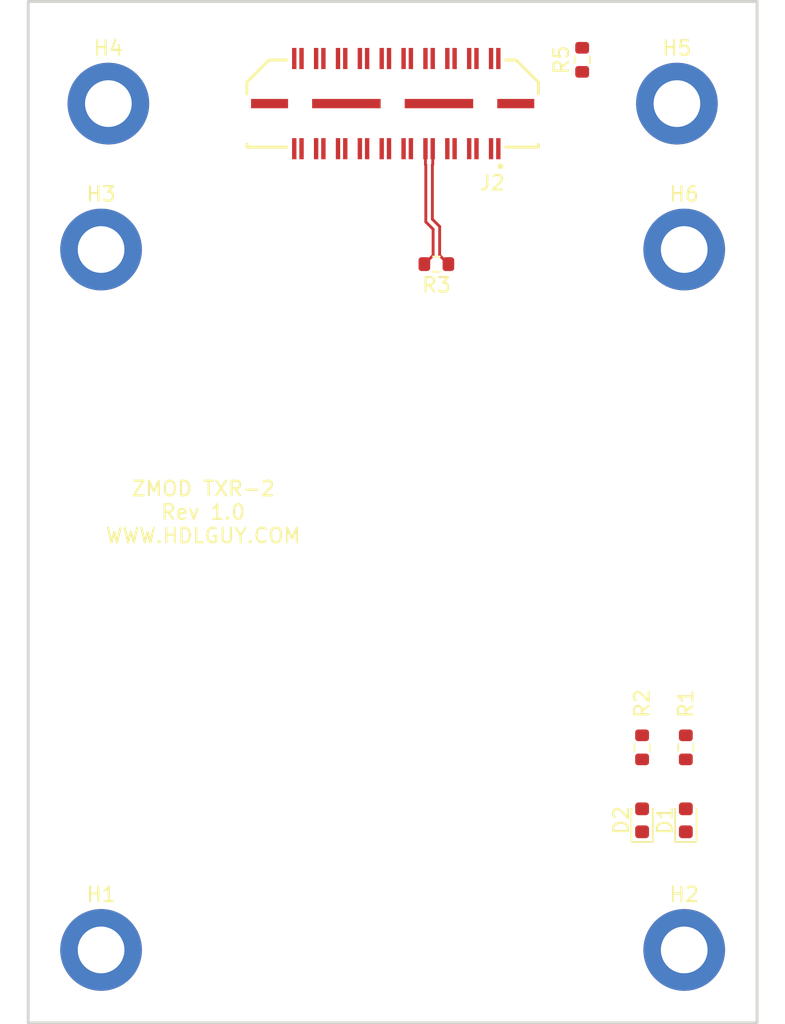
<source format=kicad_pcb>
(kicad_pcb (version 20211014) (generator pcbnew)
  (layers (0 "F.Cu" signal) (1 "In1.Cu" power) (2 "In2.Cu" power) (3 "In3.Cu" power) (4 "In4.Cu" power) (31 "B.Cu" signal) (34 "B.Paste" user) (35 "F.Paste" user) (36 "B.SilkS" user "B.Silkscreen") (37 "F.SilkS" user "F.Silkscreen") (38 "B.Mask" user) (39 "F.Mask" user) (44 "Edge.Cuts" user))
  (net 0 "")
  (net 1 "GND")
  (net 2 "/SCL")
  (net 3 "/SDA")
  (net 4 "/rsvd1")
  (net 5 "/rsvd2")
  (net 6 "/VIO")
  (net 7 "+3V3")
  (net 8 "Net-(D1-Pad2)")
  (net 9 "Net-(D2-Pad2)")
  (net 10 "Net-(J2-Pad14)")
  (net 11 "Net-(J2-Pad16)")
  (net 12 "+5V")
  (net 13 "/R_GA")
  (net 20 "/refclk_P")
  (net 21 "/refclk_N")
  (net 22 "/hss1_P")
  (net 23 "/hss1_N")
  (net 24 "/lvds0_P")
  (net 25 "/lvds3_P")
  (net 26 "/lvds0_N")
  (net 27 "/lvds3_N")
  (net 28 "/lvds1_P")
  (net 29 "/lvds2_P")
  (net 30 "/lvds1_N")
  (net 31 "/lvds2_N")
  (net 32 "/lvdsclk_P")
  (net 33 "/lvdsclk_N")
  (net 34 "/hss0_P")
  (net 35 "/hss0_N")
  (footprint "LED_SMD:LED_0603_1608Metric" (layer "F.Cu") (at 142.1102 106.1174 90)
    (fp_text reference "D2" (at 0 -1.43 90) (layer "F.SilkS"))
    (fp_text value "LED" hide)
    (fp_line (start -1.485 0.735) (end 0.8 0.735) (layer "F.SilkS") (width 0.12))
    (fp_line (start 0.8 -0.735) (end -1.485 -0.735) (layer "F.SilkS") (width 0.12))
    (fp_line (start -1.485 -0.735) (end -1.485 0.735) (layer "F.SilkS") (width 0.12))
    (pad "1" smd roundrect (at -0.7875 0 90) (size 0.875 0.95) (layers "F.Cu" "F.Paste" "F.Mask") (net 1 "GND"))
    (pad "2" smd roundrect (at 0.7875 0 90) (size 0.875 0.95) (layers "F.Cu" "F.Paste" "F.Mask") (net 9 "Net-(D2-Pad2)"))
  )
  (footprint "LED_SMD:LED_0603_1608Metric" (layer "F.Cu") (at 145.1102 106.1174 90)
    (fp_text reference "D1" (at 0 -1.43 90) (layer "F.SilkS"))
    (fp_text value "LED" hide)
    (fp_line (start -1.485 0.735) (end 0.8 0.735) (layer "F.SilkS") (width 0.12))
    (fp_line (start 0.8 -0.735) (end -1.485 -0.735) (layer "F.SilkS") (width 0.12))
    (fp_line (start -1.485 -0.735) (end -1.485 0.735) (layer "F.SilkS") (width 0.12))
    (pad "1" smd roundrect (at -0.7875 0 90) (size 0.875 0.95) (layers "F.Cu" "F.Paste" "F.Mask") (net 1 "GND"))
    (pad "2" smd roundrect (at 0.7875 0 90) (size 0.875 0.95) (layers "F.Cu" "F.Paste" "F.Mask") (net 8 "Net-(D1-Pad2)"))
  )
  (footprint "MountingHole:MountingHole_3.2mm_M3_DIN965_Pad_TopBottom" (layer "F.Cu") (at 145 67)
    (fp_text reference "H6" (at 0 -3.8) (layer "F.SilkS"))
    (fp_text value "MountingHole_Pad" hide)
    (pad "1" connect circle locked (at 0 0) (size 5.6 5.6) (layers "F.Cu" "F.Mask"))
    (pad "1" connect circle locked (at 0 0) (size 5.6 5.6) (layers "B.Cu" "B.Mask"))
    (pad "1" thru_hole circle locked (at 0 0) (size 3.6 3.6) (drill 3.2) (layers *.Cu *.Mask))
  )
  (footprint "Resistor_SMD:R_0603_1608Metric" (layer "F.Cu") (at 142.1102 101.1174 90)
    (fp_text reference "R2" (at 3 0 90) (layer "F.SilkS"))
    (fp_text value "240" hide)
    (fp_line (start -0.237258 -0.5225) (end 0.237258 -0.5225) (layer "F.SilkS") (width 0.12))
    (fp_line (start -0.237258 0.5225) (end 0.237258 0.5225) (layer "F.SilkS") (width 0.12))
    (pad "1" smd roundrect (at -0.825 0 90) (size 0.8 0.95) (layers "F.Cu" "F.Paste" "F.Mask") (net 9 "Net-(D2-Pad2)"))
    (pad "2" smd roundrect (at 0.825 0 90) (size 0.8 0.95) (layers "F.Cu" "F.Paste" "F.Mask") (net 11 "Net-(J2-Pad16)"))
  )
  (footprint "MountingHole:MountingHole_3.2mm_M3_DIN965_Pad_TopBottom" (layer "F.Cu") (at 144.5 57)
    (fp_text reference "H5" (at 0 -3.8) (layer "F.SilkS"))
    (fp_text value "MountingHole_Pad" hide)
    (pad "1" connect circle locked (at 0 0) (size 5.6 5.6) (layers "F.Cu" "F.Mask"))
    (pad "1" connect circle locked (at 0 0) (size 5.6 5.6) (layers "B.Cu" "B.Mask"))
    (pad "1" thru_hole circle locked (at 0 0) (size 3.6 3.6) (drill 3.2) (layers *.Cu *.Mask))
  )
  (footprint "MountingHole:MountingHole_3.2mm_M3_DIN965_Pad_TopBottom" (layer "F.Cu") (at 105 115)
    (fp_text reference "H1" (at 0 -3.8) (layer "F.SilkS"))
    (fp_text value "MountingHole_Pad")
    (pad "1" connect circle locked (at 0 0) (size 5.6 5.6) (layers "F.Cu" "F.Mask"))
    (pad "1" connect circle locked (at 0 0) (size 5.6 5.6) (layers "B.Cu" "B.Mask"))
    (pad "1" thru_hole circle locked (at 0 0) (size 3.6 3.6) (drill 3.2) (layers *.Cu *.Mask))
  )
  (footprint "QTH:SAMTEC_QTH-020-01-X-D-DP-A" (layer "F.Cu") (at 125 57 180)
    (fp_text reference "J2" (at -6.825 -5.435 180) (layer "F.SilkS"))
    (fp_text value "QTH-020-01-X-D-DP-A")
    (fp_line (start 10 0.67) (end 10 1.465) (layer "F.SilkS") (width 0.2))
    (fp_line (start -10 1.465) (end -8.48 2.985) (layer "F.SilkS") (width 0.2))
    (fp_line (start -10 -2.985) (end -7.75 -2.985) (layer "F.SilkS") (width 0.2))
    (fp_line (start -10 0.67) (end -10 1.465) (layer "F.SilkS") (width 0.2))
    (fp_line (start 8.48 2.985) (end 7.25 2.985) (layer "F.SilkS") (width 0.2))
    (fp_line (start -8.48 2.985) (end -7.75 2.985) (layer "F.SilkS") (width 0.2))
    (fp_line (start 10 -2.79) (end 10 -2.985) (layer "F.SilkS") (width 0.2))
    (fp_line (start 10 -2.985) (end 7.25 -2.985) (layer "F.SilkS") (width 0.2))
    (fp_line (start -10 -2.79) (end -10 -2.985) (layer "F.SilkS") (width 0.2))
    (fp_line (start 10 1.465) (end 8.48 2.985) (layer "F.SilkS") (width 0.2))
    (fp_circle (center -7.4 -4.3) (end -7.3 -4.3) (layer "F.SilkS") (width 0.2) (fill none))
    (pad "" np_thru_hole circle locked (at -9.24 -2.03 180) (size 1.02 1.02) (drill 1.02) (layers *.Cu *.Mask))
    (pad "" np_thru_hole circle locked (at 9.24 -2.03 180) (size 1.02 1.02) (drill 1.02) (layers *.Cu *.Mask))
    (pad "01" smd rect locked (at -7.25 -3.09 180) (size 0.3 1.45) (layers "F.Cu" "F.Paste" "F.Mask") (net 2 "/SCL"))
    (pad "02" smd rect locked (at -7.25 3.09 180) (size 0.3 1.45) (layers "F.Cu" "F.Paste" "F.Mask") (net 12 "+5V"))
    (pad "03" smd rect locked (at -6.75 -3.09 180) (size 0.3 1.45) (layers "F.Cu" "F.Paste" "F.Mask") (net 3 "/SDA"))
    (pad "04" smd rect locked (at -6.75 3.09 180) (size 0.3 1.45) (layers "F.Cu" "F.Paste" "F.Mask") (net 13 "/R_GA"))
    (pad "05" smd rect locked (at -5.75 -3.09 180) (size 0.3 1.45) (layers "F.Cu" "F.Paste" "F.Mask") (net 34 "/hss0_P"))
    (pad "06" smd rect locked (at -5.75 3.09 180) (size 0.3 1.45) (layers "F.Cu" "F.Paste" "F.Mask") (net 34 "/hss0_P"))
    (pad "07" smd rect locked (at -5.25 -3.09 180) (size 0.3 1.45) (layers "F.Cu" "F.Paste" "F.Mask") (net 35 "/hss0_N"))
    (pad "08" smd rect locked (at -5.25 3.09 180) (size 0.3 1.45) (layers "F.Cu" "F.Paste" "F.Mask") (net 35 "/hss0_N"))
    (pad "09" smd rect locked (at -4.25 -3.09 180) (size 0.3 1.45) (layers "F.Cu" "F.Paste" "F.Mask") (net 22 "/hss1_P"))
    (pad "10" smd rect locked (at -4.25 3.09 180) (size 0.3 1.45) (layers "F.Cu" "F.Paste" "F.Mask") (net 22 "/hss1_P"))
    (pad "11" smd rect locked (at -3.75 -3.09 180) (size 0.3 1.45) (layers "F.Cu" "F.Paste" "F.Mask") (net 23 "/hss1_N"))
    (pad "12" smd rect locked (at -3.75 3.09 180) (size 0.3 1.45) (layers "F.Cu" "F.Paste" "F.Mask") (net 23 "/hss1_N"))
    (pad "13" smd rect locked (at -2.75 -3.09 180) (size 0.3 1.45) (layers "F.Cu" "F.Paste" "F.Mask") (net 20 "/refclk_P"))
    (pad "14" smd rect locked (at -2.75 3.09 180) (size 0.3 1.45) (layers "F.Cu" "F.Paste" "F.Mask") (net 10 "Net-(J2-Pad14)"))
    (pad "15" smd rect locked (at -2.25 -3.09 180) (size 0.3 1.45) (layers "F.Cu" "F.Paste" "F.Mask") (net 21 "/refclk_N"))
    (pad "16" smd rect locked (at -2.25 3.09 180) (size 0.3 1.45) (layers "F.Cu" "F.Paste" "F.Mask") (net 11 "Net-(J2-Pad16)"))
    (pad "17" smd rect locked (at -1.25 -3.09 180) (size 0.3 1.45) (layers "F.Cu" "F.Paste" "F.Mask") (net 24 "/lvds0_P"))
    (pad "18" smd rect locked (at -1.25 3.09 180) (size 0.3 1.45) (layers "F.Cu" "F.Paste" "F.Mask") (net 25 "/lvds3_P"))
    (pad "19" smd rect locked (at -0.75 -3.09 180) (size 0.3 1.45) (layers "F.Cu" "F.Paste" "F.Mask") (net 26 "/lvds0_N"))
    (pad "20" smd rect locked (at -0.75 3.09 180) (size 0.3 1.45) (layers "F.Cu" "F.Paste" "F.Mask") (net 27 "/lvds3_N"))
    (pad "21" smd rect locked (at 0.25 -3.09 180) (size 0.3 1.45) (layers "F.Cu" "F.Paste" "F.Mask") (net 24 "/lvds0_P"))
    (pad "22" smd rect locked (at 0.25 3.09 180) (size 0.3 1.45) (layers "F.Cu" "F.Paste" "F.Mask") (net 25 "/lvds3_P"))
    (pad "23" smd rect locked (at 0.75 -3.09 180) (size 0.3 1.45) (layers "F.Cu" "F.Paste" "F.Mask") (net 26 "/lvds0_N"))
    (pad "24" smd rect locked (at 0.75 3.09 180) (size 0.3 1.45) (layers "F.Cu" "F.Paste" "F.Mask") (net 27 "/lvds3_N"))
    (pad "25" smd rect locked (at 1.75 -3.09 180) (size 0.3 1.45) (layers "F.Cu" "F.Paste" "F.Mask") (net 28 "/lvds1_P"))
    (pad "26" smd rect locked (at 1.75 3.09 180) (size 0.3 1.45) (layers "F.Cu" "F.Paste" "F.Mask") (net 29 "/lvds2_P"))
    (pad "27" smd rect locked (at 2.25 -3.09 180) (size 0.3 1.45) (layers "F.Cu" "F.Paste" "F.Mask") (net 30 "/lvds1_N"))
    (pad "28" smd rect locked (at 2.25 3.09 180) (size 0.3 1.45) (layers "F.Cu" "F.Paste" "F.Mask") (net 31 "/lvds2_N"))
    (pad "29" smd rect locked (at 3.25 -3.09 180) (size 0.3 1.45) (layers "F.Cu" "F.Paste" "F.Mask") (net 28 "/lvds1_P"))
    (pad "30" smd rect locked (at 3.25 3.09 180) (size 0.3 1.45) (layers "F.Cu" "F.Paste" "F.Mask") (net 29 "/lvds2_P"))
    (pad "31" smd rect locked (at 3.75 -3.09 180) (size 0.3 1.45) (layers "F.Cu" "F.Paste" "F.Mask") (net 30 "/lvds1_N"))
    (pad "32" smd rect locked (at 3.75 3.09 180) (size 0.3 1.45) (layers "F.Cu" "F.Paste" "F.Mask") (net 31 "/lvds2_N"))
    (pad "33" smd rect locked (at 4.75 -3.09 180) (size 0.3 1.45) (layers "F.Cu" "F.Paste" "F.Mask") (net 32 "/lvdsclk_P"))
    (pad "34" smd rect locked (at 4.75 3.09 180) (size 0.3 1.45) (layers "F.Cu" "F.Paste" "F.Mask") (net 32 "/lvdsclk_P"))
    (pad "35" smd rect locked (at 5.25 -3.09 180) (size 0.3 1.45) (layers "F.Cu" "F.Paste" "F.Mask") (net 33 "/lvdsclk_N"))
    (pad "36" smd rect locked (at 5.25 3.09 180) (size 0.3 1.45) (layers "F.Cu" "F.Paste" "F.Mask") (net 33 "/lvdsclk_N"))
    (pad "37" smd rect locked (at 6.25 -3.09 180) (size 0.3 1.45) (layers "F.Cu" "F.Paste" "F.Mask") (net 4 "/rsvd1"))
    (pad "38" smd rect locked (at 6.25 3.09 180) (size 0.3 1.45) (layers "F.Cu" "F.Paste" "F.Mask") (net 5 "/rsvd2"))
    (pad "39" smd rect locked (at 6.75 -3.09 180) (size 0.3 1.45) (layers "F.Cu" "F.Paste" "F.Mask") (net 6 "/VIO"))
    (pad "40" smd rect locked (at 6.75 3.09 180) (size 0.3 1.45) (layers "F.Cu" "F.Paste" "F.Mask") (net 7 "+3V3"))
    (pad "G1" smd rect locked (at -8.445 0 180) (size 2.54 0.64) (layers "F.Cu" "F.Paste" "F.Mask") (net 1 "GND"))
    (pad "G2" smd rect locked (at -3.175 0 180) (size 4.7 0.64) (layers "F.Cu" "F.Paste" "F.Mask") (net 1 "GND"))
    (pad "G3" smd rect locked (at 3.175 0 180) (size 4.7 0.64) (layers "F.Cu" "F.Paste" "F.Mask") (net 1 "GND"))
    (pad "G4" smd rect locked (at 8.445 0 180) (size 2.54 0.64) (layers "F.Cu" "F.Paste" "F.Mask") (net 1 "GND"))
  )
  (footprint "MountingHole:MountingHole_3.2mm_M3_DIN965_Pad_TopBottom" (layer "F.Cu") (at 105 67)
    (fp_text reference "H3" (at 0 -3.8) (layer "F.SilkS"))
    (fp_text value "MountingHole_Pad" hide)
    (pad "1" thru_hole circle locked (at 0 0) (size 3.6 3.6) (drill 3.2) (layers *.Cu *.Mask))
    (pad "1" connect circle locked (at 0 0) (size 5.6 5.6) (layers "F.Cu" "F.Mask"))
    (pad "1" connect circle locked (at 0 0) (size 5.6 5.6) (layers "B.Cu" "B.Mask"))
  )
  (footprint "MountingHole:MountingHole_3.2mm_M3_DIN965_Pad_TopBottom" (layer "F.Cu") (at 105.5 57)
    (fp_text reference "H4" (at 0 -3.8) (layer "F.SilkS"))
    (fp_text value "MountingHole_Pad" hide)
    (pad "1" connect circle locked (at 0 0) (size 5.6 5.6) (layers "B.Cu" "B.Mask"))
    (pad "1" connect circle locked (at 0 0) (size 5.6 5.6) (layers "F.Cu" "F.Mask"))
    (pad "1" thru_hole circle locked (at 0 0) (size 3.6 3.6) (drill 3.2) (layers *.Cu *.Mask))
  )
  (footprint "Resistor_SMD:R_0603_1608Metric" (layer "F.Cu") (at 128 68 180)
    (fp_text reference "R3" (at 0 -1.43) (layer "F.SilkS"))
    (fp_text value "100")
    (fp_line (start -0.237258 -0.5225) (end 0.237258 -0.5225) (layer "F.SilkS") (width 0.12))
    (fp_line (start -0.237258 0.5225) (end 0.237258 0.5225) (layer "F.SilkS") (width 0.12))
    (pad "1" smd roundrect (at -0.825 0 180) (size 0.8 0.95) (layers "F.Cu" "F.Paste" "F.Mask") (net 20 "/refclk_P"))
    (pad "2" smd roundrect (at 0.825 0 180) (size 0.8 0.95) (layers "F.Cu" "F.Paste" "F.Mask") (net 21 "/refclk_N"))
  )
  (footprint "Resistor_SMD:R_0603_1608Metric" (layer "F.Cu") (at 145.1102 101.1174 90)
    (fp_text reference "R1" (at 3 0 90) (layer "F.SilkS"))
    (fp_text value "240" hide)
    (fp_line (start -0.237258 0.5225) (end 0.237258 0.5225) (layer "F.SilkS") (width 0.12))
    (fp_line (start -0.237258 -0.5225) (end 0.237258 -0.5225) (layer "F.SilkS") (width 0.12))
    (pad "1" smd roundrect (at -0.825 0 90) (size 0.8 0.95) (layers "F.Cu" "F.Paste" "F.Mask") (net 8 "Net-(D1-Pad2)"))
    (pad "2" smd roundrect (at 0.825 0 90) (size 0.8 0.95) (layers "F.Cu" "F.Paste" "F.Mask") (net 10 "Net-(J2-Pad14)"))
  )
  (footprint "MountingHole:MountingHole_3.2mm_M3_DIN965_Pad_TopBottom" (layer "F.Cu") (at 145 115)
    (fp_text reference "H2" (at 0 -3.8) (layer "F.SilkS"))
    (fp_text value "MountingHole_Pad")
    (pad "1" thru_hole circle locked (at 0 0) (size 3.6 3.6) (drill 3.2) (layers *.Cu *.Mask))
    (pad "1" connect circle locked (at 0 0) (size 5.6 5.6) (layers "F.Cu" "F.Mask"))
    (pad "1" connect circle locked (at 0 0) (size 5.6 5.6) (layers "B.Cu" "B.Mask"))
  )
  (footprint "Resistor_SMD:R_0603_1608Metric" (layer "F.Cu") (at 138 54 90)
    (fp_text reference "R5" (at 0 -1.43 90) (layer "F.SilkS"))
    (fp_text value "10k,1%")
    (fp_line (start -0.237258 0.5225) (end 0.237258 0.5225) (layer "F.SilkS") (width 0.12))
    (fp_line (start -0.237258 -0.5225) (end 0.237258 -0.5225) (layer "F.SilkS") (width 0.12))
    (pad "1" smd roundrect (at -0.825 0 90) (size 0.8 0.95) (layers "F.Cu" "F.Paste" "F.Mask") (net 7 "+3V3"))
    (pad "2" smd roundrect (at 0.825 0 90) (size 0.8 0.95) (layers "F.Cu" "F.Paste" "F.Mask") (net 13 "/R_GA"))
  )
  (gr_line locked (start 150 50) (end 100 50) (layer "Edge.Cuts") (width 0.2))
  (gr_line locked (start 100 50) (end 100 120) (layer "Edge.Cuts") (width 0.2))
  (gr_line locked (start 100 120) (end 150 120) (layer "Edge.Cuts") (width 0.2))
  (gr_line locked (start 150 120) (end 150 50) (layer "Edge.Cuts") (width 0.2))
  (gr_text "ZMOD TXR-2\nRev 1.0\nWWW.HDLGUY.COM" (at 112 85) (layer "F.SilkS") (effects (font (size 1 1))))
  (segment (start 128.224605 67.399605) (end 128.825 68) (width 0.19558) (layer "F.Cu") (net 20))
  (segment (start 127.72479 64.922888) (end 128.224605 65.422703) (width 0.19558) (layer "F.Cu") (net 20))
  (segment (start 127.72479 61.202711) (end 127.72479 64.922888) (width 0.19558) (layer "F.Cu") (net 20))
  (segment (start 127.75 60.09) (end 127.75 61.177501) (width 0.19558) (layer "F.Cu") (net 20))
  (segment (start 128.224605 65.422703) (end 128.224605 67.399605) (width 0.19558) (layer "F.Cu") (net 20))
  (segment (start 127.75 61.177501) (end 127.72479 61.202711) (width 0.19558) (layer "F.Cu") (net 20))
  (segment (start 127.25 60.09) (end 127.25 61.177501) (width 0.19558) (layer "F.Cu") (net 21))
  (segment (start 127.775025 67.399975) (end 127.175 68) (width 0.19558) (layer "F.Cu") (net 21))
  (segment (start 127.27521 61.202711) (end 127.27521 65.109112) (width 0.19558) (layer "F.Cu") (net 21))
  (segment (start 127.27521 65.109112) (end 127.775025 65.608927) (width 0.19558) (layer "F.Cu") (net 21))
  (segment (start 127.25 61.177501) (end 127.27521 61.202711) (width 0.19558) (layer "F.Cu") (net 21))
  (segment (start 127.775025 65.608927) (end 127.775025 67.399975) (width 0.19558) (layer "F.Cu") (net 21))
)
</source>
